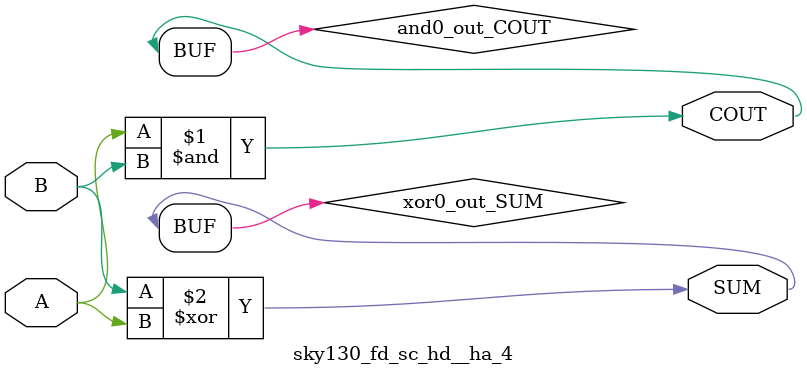
<source format=v>
/*
 * Copyright 2020 The SkyWater PDK Authors
 *
 * Licensed under the Apache License, Version 2.0 (the "License");
 * you may not use this file except in compliance with the License.
 * You may obtain a copy of the License at
 *
 *     https://www.apache.org/licenses/LICENSE-2.0
 *
 * Unless required by applicable law or agreed to in writing, software
 * distributed under the License is distributed on an "AS IS" BASIS,
 * WITHOUT WARRANTIES OR CONDITIONS OF ANY KIND, either express or implied.
 * See the License for the specific language governing permissions and
 * limitations under the License.
 *
 * SPDX-License-Identifier: Apache-2.0
*/


`ifndef SKY130_FD_SC_HD__HA_4_FUNCTIONAL_V
`define SKY130_FD_SC_HD__HA_4_FUNCTIONAL_V

/**
 * ha: Half adder.
 *
 * Verilog simulation functional model.
 */

`timescale 1ns / 1ps
`default_nettype none

`celldefine
module sky130_fd_sc_hd__ha_4 (
    COUT,
    SUM ,
    A   ,
    B
);

    // Module ports
    output COUT;
    output SUM ;
    input  A   ;
    input  B   ;

    // Local signals
    wire and0_out_COUT;
    wire xor0_out_SUM ;

    //  Name  Output         Other arguments
    and and0 (and0_out_COUT, A, B           );
    buf buf0 (COUT         , and0_out_COUT  );
    xor xor0 (xor0_out_SUM , B, A           );
    buf buf1 (SUM          , xor0_out_SUM   );

endmodule
`endcelldefine

`default_nettype wire
`endif  // SKY130_FD_SC_HD__HA_4_FUNCTIONAL_V

</source>
